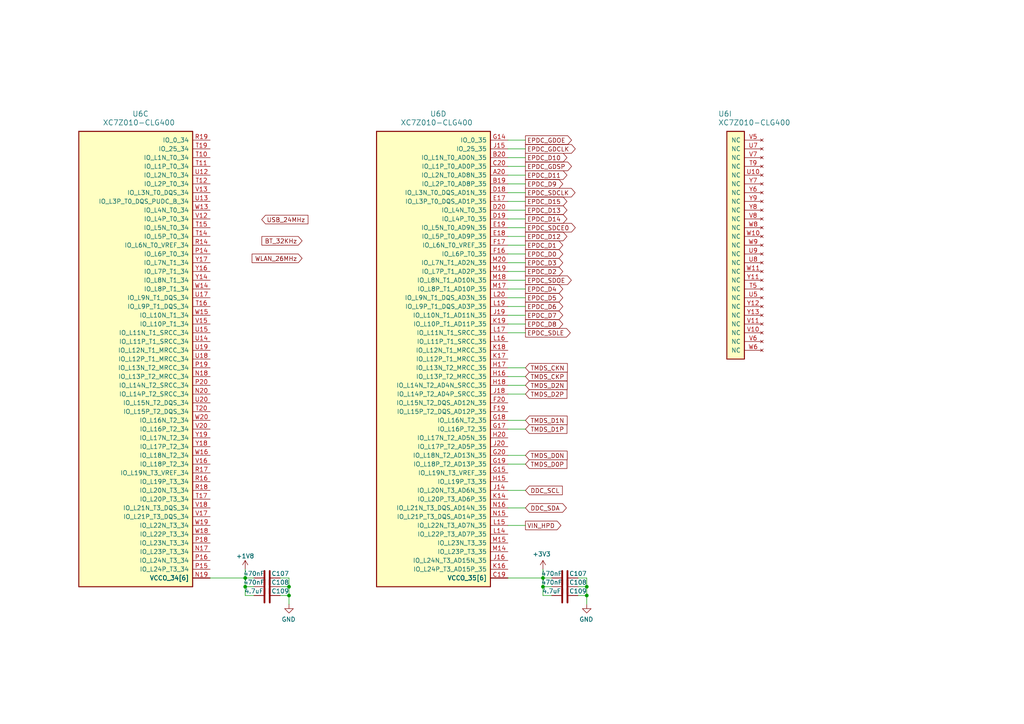
<source format=kicad_sch>
(kicad_sch (version 20230121) (generator eeschema)
  (paper "A4")
  (title_block (title "InuCal") (rev "R0.1") (company "Wenting Zhang") (comment 1 "zephray@outlook.com"))
  (lib_symbols
    (symbol "Device:C" (pin_numbers hide) (pin_names (offset 0.254))
      (property "Reference" "C" (at 0.635 2.54 0))
      (property "Value" "C" (at 0.635 -2.54 0))
      (symbol "C_0_1"
        (polyline (pts (xy -2.032 -0.762) (xy 2.032 -0.762)) (stroke (width 0.508)))
        (polyline (pts (xy -2.032 0.762) (xy 2.032 0.762)) (stroke (width 0.508)))
      )
      (symbol "C_1_1"
        (pin passive line (at 0 3.81 270) (length 2.794) (name "~") (number "1"))
        (pin passive line (at 0 -3.81 90) (length 2.794) (name "~") (number "2"))
      )
    )
    (symbol "power:+1V8" (power) (pin_names (offset 0))
      (property "Value" "+1V8" (at 0 3.556 0))
      (symbol "+1V8_0_1"
        (polyline (pts (xy -0.762 1.27) (xy 0 2.54)))
        (polyline (pts (xy 0 0) (xy 0 2.54)))
        (polyline (pts (xy 0 2.54) (xy 0.762 1.27)))
      )
      (symbol "+1V8_1_1"
        (pin power_in line (at 0 0 90) (length 0) hide (name "+1V8") (number "1"))
      )
    )
    (symbol "power:+3V3" (power) (pin_names (offset 0))
      (property "Value" "+3V3" (at 0 3.556 0))
      (symbol "+3V3_0_1"
        (polyline (pts (xy -0.762 1.27) (xy 0 2.54)))
        (polyline (pts (xy 0 0) (xy 0 2.54)))
        (polyline (pts (xy 0 2.54) (xy 0.762 1.27)))
      )
      (symbol "+3V3_1_1"
        (pin power_in line (at 0 0 90) (length 0) hide (name "+3V3") (number "1"))
      )
    )
    (symbol "power:GND" (power) (pin_names (offset 0))
      (property "Value" "GND" (at 0 -3.81 0))
      (symbol "GND_0_1"
        (polyline (pts (xy 0 0) (xy 0 -1.27) (xy 1.27 -1.27) (xy 0 -2.54) (xy -1.27 -1.27) (xy 0 -1.27)))
      )
      (symbol "GND_1_1"
        (pin power_in line (at 0 0 270) (length 0) hide (name "GND") (number "1"))
      )
    )
    (symbol "symbols:XC7Z007S-CLG400" (pin_names (offset 1.016))
      (property "Reference" "U" (at 5.08 6.35 0))
      (property "Value" "XC7Z007S-CLG400" (at 5.08 3.81 0))
      (symbol "XC7Z007S-CLG400_1_1"
        (rectangle (start 5.08 2.54) (end 22.86 -55.88) (stroke (width 0.3048)) (fill (type background)))
        (pin power_in line (at 0 -17.78 0) (length 5.08) (name "RSVDGND") (number "F10"))
        (pin power_in line (at 0 -40.64 0) (length 5.08) (name "VCCBATT_0") (number "F11"))
        (pin output line (at 0 -33.02 0) (length 5.08) (name "TDO_0") (number "F6"))
        (pin input line (at 0 -27.94 0) (length 5.08) (name "TCK_0") (number "F9"))
        (pin input line (at 0 -30.48 0) (length 5.08) (name "TDI_0") (number "G6"))
        (pin power_in line (at 0 -10.16 0) (length 5.08) (name "GNDADC_0") (number "J10"))
        (pin input line (at 0 -35.56 0) (length 5.08) (name "TMS_0") (number "J6"))
        (pin power_in line (at 0 -38.1 0) (length 5.08) (name "VCCADC_0") (number "J9"))
        (pin input line (at 0 -50.8 0) (length 5.08) (name "VREFN_0") (number "K10"))
        (pin power_in line (at 0 -43.18 0) (length 5.08) (name "VCCO_0") (number "K6"))
        (pin input line (at 0 -48.26 0) (length 5.08) (name "VP_0") (number "K9"))
        (pin input line (at 0 -45.72 0) (length 5.08) (name "VN_0") (number "L10"))
        (pin input line (at 0 -15.24 0) (length 5.08) (name "PROGRAM_B_0") (number "L6"))
        (pin input line (at 0 -53.34 0) (length 5.08) (name "VREFP_0") (number "L9"))
        (pin passive line (at 0 -5.08 0) (length 5.08) (name "DXN_0") (number "M10"))
        (pin input line (at 0 0 0) (length 5.08) (name "CFGBVS_0") (number "M6"))
        (pin passive line (at 0 -7.62 0) (length 5.08) (name "DXP_0") (number "M9"))
        (pin power_in line (at 0 -25.4 0) (length 5.08) (name "RSVDVCC3") (number "N6"))
        (pin input line (at 0 -12.7 0) (length 5.08) (name "INIT_B_0") (number "R10"))
        (pin output line (at 0 -2.54 0) (length 5.08) (name "DONE_0") (number "R11"))
        (pin power_in line (at 0 -22.86 0) (length 5.08) (name "RSVDVCC2") (number "R6"))
        (pin power_in line (at 0 -20.32 0) (length 5.08) (name "RSVDVCC1") (number "T6"))
      )
      (symbol "XC7Z007S-CLG400_2_1"
        (rectangle (start 5.08 2.54) (end 20.32 -2.54) (stroke (width 0.3048)) (fill (type background)))
        (pin power_in line (at 0 0 0) (length 5.08) (name "VCCO_13[4]") (number "T8"))
        (pin power_in line (at 0 0 0) (length 5.08) (name "VCCO_13[4]") (number "U11"))
        (pin power_in line (at 0 0 0) (length 5.08) (name "VCCO_13[4]") (number "W7"))
        (pin power_in line (at 0 0 0) (length 5.08) (name "VCCO_13[4]") (number "Y10"))
      )
      (symbol "XC7Z007S-CLG400_3_1"
        (rectangle (start 5.08 2.54) (end 38.1 -129.54) (stroke (width 0.3048)) (fill (type background)))
        (pin bidirectional line (at 0 -119.38 0) (length 5.08) (name "IO_L23P_T3_34") (number "N17"))
        (pin bidirectional line (at 0 -68.58 0) (length 5.08) (name "IO_L13P_T2_MRCC_34") (number "N18"))
        (pin power_in line (at 0 -127 0) (length 5.08) (name "VCCO_34[6]") (number "N19"))
        (pin bidirectional line (at 0 -73.66 0) (length 5.08) (name "IO_L14P_T2_SRCC_34") (number "N20"))
        (pin bidirectional line (at 0 -33.02 0) (length 5.08) (name "IO_L6P_T0_34") (number "P14"))
        (pin bidirectional line (at 0 -124.46 0) (length 5.08) (name "IO_L24P_T3_34") (number "P15"))
        (pin bidirectional line (at 0 -121.92 0) (length 5.08) (name "IO_L24N_T3_34") (number "P16"))
        (pin bidirectional line (at 0 -116.84 0) (length 5.08) (name "IO_L23N_T3_34") (number "P18"))
        (pin bidirectional line (at 0 -66.04 0) (length 5.08) (name "IO_L13N_T2_MRCC_34") (number "P19"))
        (pin bidirectional line (at 0 -71.12 0) (length 5.08) (name "IO_L14N_T2_SRCC_34") (number "P20"))
        (pin bidirectional line (at 0 -30.48 0) (length 5.08) (name "IO_L6N_T0_VREF_34") (number "R14"))
        (pin power_in line (at 0 -127 0) (length 5.08) (name "VCCO_34[6]") (number "R15"))
        (pin bidirectional line (at 0 -99.06 0) (length 5.08) (name "IO_L19P_T3_34") (number "R16"))
        (pin bidirectional line (at 0 -96.52 0) (length 5.08) (name "IO_L19N_T3_VREF_34") (number "R17"))
        (pin bidirectional line (at 0 -101.6 0) (length 5.08) (name "IO_L20N_T3_34") (number "R18"))
        (pin bidirectional line (at 0 0 0) (length 5.08) (name "IO_0_34") (number "R19"))
        (pin bidirectional line (at 0 -5.08 0) (length 5.08) (name "IO_L1N_T0_34") (number "T10"))
        (pin bidirectional line (at 0 -7.62 0) (length 5.08) (name "IO_L1P_T0_34") (number "T11"))
        (pin bidirectional line (at 0 -12.7 0) (length 5.08) (name "IO_L2P_T0_34") (number "T12"))
        (pin bidirectional line (at 0 -27.94 0) (length 5.08) (name "IO_L5P_T0_34") (number "T14"))
        (pin bidirectional line (at 0 -25.4 0) (length 5.08) (name "IO_L5N_T0_34") (number "T15"))
        (pin bidirectional line (at 0 -48.26 0) (length 5.08) (name "IO_L9P_T1_DQS_34") (number "T16"))
        (pin bidirectional line (at 0 -104.14 0) (length 5.08) (name "IO_L20P_T3_34") (number "T17"))
        (pin power_in line (at 0 -127 0) (length 5.08) (name "VCCO_34[6]") (number "T18"))
        (pin bidirectional line (at 0 -2.54 0) (length 5.08) (name "IO_25_34") (number "T19"))
        (pin bidirectional line (at 0 -78.74 0) (length 5.08) (name "IO_L15P_T2_DQS_34") (number "T20"))
        (pin bidirectional line (at 0 -10.16 0) (length 5.08) (name "IO_L2N_T0_34") (number "U12"))
        (pin bidirectional line (at 0 -17.78 0) (length 5.08) (name "IO_L3P_T0_DQS_PUDC_B_34") (number "U13"))
        (pin bidirectional line (at 0 -58.42 0) (length 5.08) (name "IO_L11P_T1_SRCC_34") (number "U14"))
        (pin bidirectional line (at 0 -55.88 0) (length 5.08) (name "IO_L11N_T1_SRCC_34") (number "U15"))
        (pin bidirectional line (at 0 -45.72 0) (length 5.08) (name "IO_L9N_T1_DQS_34") (number "U17"))
        (pin bidirectional line (at 0 -63.5 0) (length 5.08) (name "IO_L12P_T1_MRCC_34") (number "U18"))
        (pin bidirectional line (at 0 -60.96 0) (length 5.08) (name "IO_L12N_T1_MRCC_34") (number "U19"))
        (pin bidirectional line (at 0 -76.2 0) (length 5.08) (name "IO_L15N_T2_DQS_34") (number "U20"))
        (pin bidirectional line (at 0 -22.86 0) (length 5.08) (name "IO_L4P_T0_34") (number "V12"))
        (pin bidirectional line (at 0 -15.24 0) (length 5.08) (name "IO_L3N_T0_DQS_34") (number "V13"))
        (pin power_in line (at 0 -127 0) (length 5.08) (name "VCCO_34[6]") (number "V14"))
        (pin bidirectional line (at 0 -53.34 0) (length 5.08) (name "IO_L10P_T1_34") (number "V15"))
        (pin bidirectional line (at 0 -93.98 0) (length 5.08) (name "IO_L18P_T2_34") (number "V16"))
        (pin bidirectional line (at 0 -109.22 0) (length 5.08) (name "IO_L21P_T3_DQS_34") (number "V17"))
        (pin bidirectional line (at 0 -106.68 0) (length 5.08) (name "IO_L21N_T3_DQS_34") (number "V18"))
        (pin bidirectional line (at 0 -83.82 0) (length 5.08) (name "IO_L16P_T2_34") (number "V20"))
        (pin bidirectional line (at 0 -20.32 0) (length 5.08) (name "IO_L4N_T0_34") (number "W13"))
        (pin bidirectional line (at 0 -43.18 0) (length 5.08) (name "IO_L8P_T1_34") (number "W14"))
        (pin bidirectional line (at 0 -50.8 0) (length 5.08) (name "IO_L10N_T1_34") (number "W15"))
        (pin bidirectional line (at 0 -91.44 0) (length 5.08) (name "IO_L18N_T2_34") (number "W16"))
        (pin power_in line (at 0 -127 0) (length 5.08) (name "VCCO_34[6]") (number "W17"))
        (pin bidirectional line (at 0 -114.3 0) (length 5.08) (name "IO_L22P_T3_34") (number "W18"))
        (pin bidirectional line (at 0 -111.76 0) (length 5.08) (name "IO_L22N_T3_34") (number "W19"))
        (pin bidirectional line (at 0 -81.28 0) (length 5.08) (name "IO_L16N_T2_34") (number "W20"))
        (pin bidirectional line (at 0 -40.64 0) (length 5.08) (name "IO_L8N_T1_34") (number "Y14"))
        (pin bidirectional line (at 0 -38.1 0) (length 5.08) (name "IO_L7P_T1_34") (number "Y16"))
        (pin bidirectional line (at 0 -35.56 0) (length 5.08) (name "IO_L7N_T1_34") (number "Y17"))
        (pin bidirectional line (at 0 -88.9 0) (length 5.08) (name "IO_L17P_T2_34") (number "Y18"))
        (pin bidirectional line (at 0 -86.36 0) (length 5.08) (name "IO_L17N_T2_34") (number "Y19"))
        (pin power_in line (at 0 -127 0) (length 5.08) (name "VCCO_34[6]") (number "Y20"))
      )
      (symbol "XC7Z007S-CLG400_4_1"
        (rectangle (start 5.08 2.54) (end 38.1 -129.54) (stroke (width 0.3048)) (fill (type background)))
        (pin bidirectional line (at 0 -10.16 0) (length 5.08) (name "IO_L2N_T0_AD8N_35") (number "A20"))
        (pin bidirectional line (at 0 -12.7 0) (length 5.08) (name "IO_L2P_T0_AD8P_35") (number "B19"))
        (pin bidirectional line (at 0 -5.08 0) (length 5.08) (name "IO_L1N_T0_AD0N_35") (number "B20"))
        (pin power_in line (at 0 -127 0) (length 5.08) (name "VCCO_35[6]") (number "C19"))
        (pin bidirectional line (at 0 -7.62 0) (length 5.08) (name "IO_L1P_T0_AD0P_35") (number "C20"))
        (pin bidirectional line (at 0 -15.24 0) (length 5.08) (name "IO_L3N_T0_DQS_AD1N_35") (number "D18"))
        (pin bidirectional line (at 0 -22.86 0) (length 5.08) (name "IO_L4P_T0_35") (number "D19"))
        (pin bidirectional line (at 0 -20.32 0) (length 5.08) (name "IO_L4N_T0_35") (number "D20"))
        (pin bidirectional line (at 0 -17.78 0) (length 5.08) (name "IO_L3P_T0_DQS_AD1P_35") (number "E17"))
        (pin bidirectional line (at 0 -27.94 0) (length 5.08) (name "IO_L5P_T0_AD9P_35") (number "E18"))
        (pin bidirectional line (at 0 -25.4 0) (length 5.08) (name "IO_L5N_T0_AD9N_35") (number "E19"))
        (pin bidirectional line (at 0 -33.02 0) (length 5.08) (name "IO_L6P_T0_35") (number "F16"))
        (pin bidirectional line (at 0 -30.48 0) (length 5.08) (name "IO_L6N_T0_VREF_35") (number "F17"))
        (pin power_in line (at 0 -127 0) (length 5.08) (name "VCCO_35[6]") (number "F18"))
        (pin bidirectional line (at 0 -78.74 0) (length 5.08) (name "IO_L15P_T2_DQS_AD12P_35") (number "F19"))
        (pin bidirectional line (at 0 -76.2 0) (length 5.08) (name "IO_L15N_T2_DQS_AD12N_35") (number "F20"))
        (pin bidirectional line (at 0 0 0) (length 5.08) (name "IO_0_35") (number "G14"))
        (pin bidirectional line (at 0 -96.52 0) (length 5.08) (name "IO_L19N_T3_VREF_35") (number "G15"))
        (pin bidirectional line (at 0 -83.82 0) (length 5.08) (name "IO_L16P_T2_35") (number "G17"))
        (pin bidirectional line (at 0 -81.28 0) (length 5.08) (name "IO_L16N_T2_35") (number "G18"))
        (pin bidirectional line (at 0 -93.98 0) (length 5.08) (name "IO_L18P_T2_AD13P_35") (number "G19"))
        (pin bidirectional line (at 0 -91.44 0) (length 5.08) (name "IO_L18N_T2_AD13N_35") (number "G20"))
        (pin power_in line (at 0 -127 0) (length 5.08) (name "VCCO_35[6]") (number "H14"))
        (pin bidirectional line (at 0 -99.06 0) (length 5.08) (name "IO_L19P_T3_35") (number "H15"))
        (pin bidirectional line (at 0 -68.58 0) (length 5.08) (name "IO_L13P_T2_MRCC_35") (number "H16"))
        (pin bidirectional line (at 0 -66.04 0) (length 5.08) (name "IO_L13N_T2_MRCC_35") (number "H17"))
        (pin bidirectional line (at 0 -71.12 0) (length 5.08) (name "IO_L14N_T2_AD4N_SRCC_35") (number "H18"))
        (pin bidirectional line (at 0 -86.36 0) (length 5.08) (name "IO_L17N_T2_AD5N_35") (number "H20"))
        (pin bidirectional line (at 0 -101.6 0) (length 5.08) (name "IO_L20N_T3_AD6N_35") (number "J14"))
        (pin bidirectional line (at 0 -2.54 0) (length 5.08) (name "IO_25_35") (number "J15"))
        (pin bidirectional line (at 0 -121.92 0) (length 5.08) (name "IO_L24N_T3_AD15N_35") (number "J16"))
        (pin power_in line (at 0 -127 0) (length 5.08) (name "VCCO_35[6]") (number "J17"))
        (pin bidirectional line (at 0 -73.66 0) (length 5.08) (name "IO_L14P_T2_AD4P_SRCC_35") (number "J18"))
        (pin bidirectional line (at 0 -50.8 0) (length 5.08) (name "IO_L10N_T1_AD11N_35") (number "J19"))
        (pin bidirectional line (at 0 -88.9 0) (length 5.08) (name "IO_L17P_T2_AD5P_35") (number "J20"))
        (pin bidirectional line (at 0 -104.14 0) (length 5.08) (name "IO_L20P_T3_AD6P_35") (number "K14"))
        (pin bidirectional line (at 0 -124.46 0) (length 5.08) (name "IO_L24P_T3_AD15P_35") (number "K16"))
        (pin bidirectional line (at 0 -63.5 0) (length 5.08) (name "IO_L12P_T1_MRCC_35") (number "K17"))
        (pin bidirectional line (at 0 -60.96 0) (length 5.08) (name "IO_L12N_T1_MRCC_35") (number "K18"))
        (pin bidirectional line (at 0 -53.34 0) (length 5.08) (name "IO_L10P_T1_AD11P_35") (number "K19"))
        (pin power_in line (at 0 -127 0) (length 5.08) (name "VCCO_35[6]") (number "K20"))
        (pin bidirectional line (at 0 -114.3 0) (length 5.08) (name "IO_L22P_T3_AD7P_35") (number "L14"))
        (pin bidirectional line (at 0 -111.76 0) (length 5.08) (name "IO_L22N_T3_AD7N_35") (number "L15"))
        (pin bidirectional line (at 0 -58.42 0) (length 5.08) (name "IO_L11P_T1_SRCC_35") (number "L16"))
        (pin bidirectional line (at 0 -55.88 0) (length 5.08) (name "IO_L11N_T1_SRCC_35") (number "L17"))
        (pin bidirectional line (at 0 -48.26 0) (length 5.08) (name "IO_L9P_T1_DQS_AD3P_35") (number "L19"))
        (pin bidirectional line (at 0 -45.72 0) (length 5.08) (name "IO_L9N_T1_DQS_AD3N_35") (number "L20"))
        (pin bidirectional line (at 0 -119.38 0) (length 5.08) (name "IO_L23P_T3_35") (number "M14"))
        (pin bidirectional line (at 0 -116.84 0) (length 5.08) (name "IO_L23N_T3_35") (number "M15"))
        (pin power_in line (at 0 -127 0) (length 5.08) (name "VCCO_35[6]") (number "M16"))
        (pin bidirectional line (at 0 -43.18 0) (length 5.08) (name "IO_L8P_T1_AD10P_35") (number "M17"))
        (pin bidirectional line (at 0 -40.64 0) (length 5.08) (name "IO_L8N_T1_AD10N_35") (number "M18"))
        (pin bidirectional line (at 0 -38.1 0) (length 5.08) (name "IO_L7P_T1_AD2P_35") (number "M19"))
        (pin bidirectional line (at 0 -35.56 0) (length 5.08) (name "IO_L7N_T1_AD2N_35") (number "M20"))
        (pin bidirectional line (at 0 -109.22 0) (length 5.08) (name "IO_L21P_T3_DQS_AD14P_35") (number "N15"))
        (pin bidirectional line (at 0 -106.68 0) (length 5.08) (name "IO_L21N_T3_DQS_AD14N_35") (number "N16"))
      )
      (symbol "XC7Z007S-CLG400_5_1"
        (rectangle (start 5.08 2.54) (end 27.94 -48.26) (stroke (width 0.3048)) (fill (type background)))
        (pin bidirectional line (at 0 -17.78 0) (length 5.08) (name "PS_MIO6_500") (number "A5"))
        (pin bidirectional line (at 0 -15.24 0) (length 5.08) (name "PS_MIO5_500") (number "A6"))
        (pin bidirectional line (at 0 -5.08 0) (length 5.08) (name "PS_MIO1_500") (number "A7"))
        (pin bidirectional line (at 0 -25.4 0) (length 5.08) (name "PS_MIO9_500") (number "B5"))
        (pin power_in line (at 0 -45.72 0) (length 5.08) (name "VCCO_MIO0_500[2]") (number "B6"))
        (pin bidirectional line (at 0 -12.7 0) (length 5.08) (name "PS_MIO4_500") (number "B7"))
        (pin bidirectional line (at 0 -7.62 0) (length 5.08) (name "PS_MIO2_500") (number "B8"))
        (pin bidirectional line (at 0 -38.1 0) (length 5.08) (name "PS_MIO14_500") (number "C5"))
        (pin bidirectional line (at 0 -30.48 0) (length 5.08) (name "PS_MIO11_500") (number "C6"))
        (pin input line (at 0 -43.18 0) (length 5.08) (name "PS_POR_B_500") (number "C7"))
        (pin bidirectional line (at 0 -40.64 0) (length 5.08) (name "PS_MIO15_500") (number "C8"))
        (pin bidirectional line (at 0 -22.86 0) (length 5.08) (name "PS_MIO8_500") (number "D5"))
        (pin bidirectional line (at 0 -10.16 0) (length 5.08) (name "PS_MIO3_500") (number "D6"))
        (pin power_in line (at 0 -45.72 0) (length 5.08) (name "VCCO_MIO0_500[2]") (number "D7"))
        (pin bidirectional line (at 0 -20.32 0) (length 5.08) (name "PS_MIO7_500") (number "D8"))
        (pin bidirectional line (at 0 -33.02 0) (length 5.08) (name "PS_MIO12_500") (number "D9"))
        (pin bidirectional line (at 0 -2.54 0) (length 5.08) (name "PS_MIO0_500") (number "E6"))
        (pin input line (at 0 0 0) (length 5.08) (name "PS_CLK_500") (number "E7"))
        (pin bidirectional line (at 0 -35.56 0) (length 5.08) (name "PS_MIO13_500") (number "E8"))
        (pin bidirectional line (at 0 -27.94 0) (length 5.08) (name "PS_MIO10_500") (number "E9"))
      )
      (symbol "XC7Z007S-CLG400_6_1"
        (rectangle (start 5.08 2.54) (end 27.94 -104.14) (stroke (width 0.3048)) (fill (type background)))
        (pin bidirectional line (at 0 -53.34 0) (length 5.08) (name "PS_MIO37_501") (number "A10"))
        (pin bidirectional line (at 0 -50.8 0) (length 5.08) (name "PS_MIO36_501") (number "A11"))
        (pin bidirectional line (at 0 -45.72 0) (length 5.08) (name "PS_MIO34_501") (number "A12"))
        (pin power_in line (at 0 -101.6 0) (length 5.08) (name "VCCO_MIO1_501[4]") (number "A13"))
        (pin bidirectional line (at 0 -40.64 0) (length 5.08) (name "PS_MIO32_501") (number "A14"))
        (pin bidirectional line (at 0 -25.4 0) (length 5.08) (name "PS_MIO26_501") (number "A15"))
        (pin bidirectional line (at 0 -20.32 0) (length 5.08) (name "PS_MIO24_501") (number "A16"))
        (pin bidirectional line (at 0 -10.16 0) (length 5.08) (name "PS_MIO20_501") (number "A17"))
        (pin bidirectional line (at 0 0 0) (length 5.08) (name "PS_MIO16_501") (number "A19"))
        (pin bidirectional line (at 0 -68.58 0) (length 5.08) (name "PS_MIO43_501") (number "A9"))
        (pin input line (at 0 -99.06 0) (length 5.08) (name "PS_SRST_B_501") (number "B10"))
        (pin bidirectional line (at 0 -81.28 0) (length 5.08) (name "PS_MIO48_501") (number "B12"))
        (pin bidirectional line (at 0 -86.36 0) (length 5.08) (name "PS_MIO50_501") (number "B13"))
        (pin bidirectional line (at 0 -78.74 0) (length 5.08) (name "PS_MIO47_501") (number "B14"))
        (pin bidirectional line (at 0 -73.66 0) (length 5.08) (name "PS_MIO45_501") (number "B15"))
        (pin power_in line (at 0 -101.6 0) (length 5.08) (name "VCCO_MIO1_501[4]") (number "B16"))
        (pin bidirectional line (at 0 -15.24 0) (length 5.08) (name "PS_MIO22_501") (number "B17"))
        (pin bidirectional line (at 0 -5.08 0) (length 5.08) (name "PS_MIO18_501") (number "B18"))
        (pin bidirectional line (at 0 -88.9 0) (length 5.08) (name "PS_MIO51_501") (number "B9"))
        (pin bidirectional line (at 0 -91.44 0) (length 5.08) (name "PS_MIO52_501") (number "C10"))
        (pin bidirectional line (at 0 -93.98 0) (length 5.08) (name "PS_MIO53_501") (number "C11"))
        (pin bidirectional line (at 0 -83.82 0) (length 5.08) (name "PS_MIO49_501") (number "C12"))
        (pin bidirectional line (at 0 -33.02 0) (length 5.08) (name "PS_MIO29_501") (number "C13"))
        (pin bidirectional line (at 0 -35.56 0) (length 5.08) (name "PS_MIO30_501") (number "C15"))
        (pin bidirectional line (at 0 -30.48 0) (length 5.08) (name "PS_MIO28_501") (number "C16"))
        (pin bidirectional line (at 0 -63.5 0) (length 5.08) (name "PS_MIO41_501") (number "C17"))
        (pin bidirectional line (at 0 -58.42 0) (length 5.08) (name "PS_MIO39_501") (number "C18"))
        (pin bidirectional line (at 0 -7.62 0) (length 5.08) (name "PS_MIO19_501") (number "D10"))
        (pin bidirectional line (at 0 -17.78 0) (length 5.08) (name "PS_MIO23_501") (number "D11"))
        (pin power_in line (at 0 -101.6 0) (length 5.08) (name "VCCO_MIO1_501[4]") (number "D12"))
        (pin bidirectional line (at 0 -27.94 0) (length 5.08) (name "PS_MIO27_501") (number "D13"))
        (pin bidirectional line (at 0 -60.96 0) (length 5.08) (name "PS_MIO40_501") (number "D14"))
        (pin bidirectional line (at 0 -43.18 0) (length 5.08) (name "PS_MIO33_501") (number "D15"))
        (pin bidirectional line (at 0 -76.2 0) (length 5.08) (name "PS_MIO46_501") (number "D16"))
        (pin power_in line (at 0 -96.52 0) (length 5.08) (name "PS_MIO_VREF_501") (number "E11"))
        (pin bidirectional line (at 0 -66.04 0) (length 5.08) (name "PS_MIO42_501") (number "E12"))
        (pin bidirectional line (at 0 -55.88 0) (length 5.08) (name "PS_MIO38_501") (number "E13"))
        (pin bidirectional line (at 0 -2.54 0) (length 5.08) (name "PS_MIO17_501") (number "E14"))
        (pin power_in line (at 0 -101.6 0) (length 5.08) (name "VCCO_MIO1_501[4]") (number "E15"))
        (pin bidirectional line (at 0 -38.1 0) (length 5.08) (name "PS_MIO31_501") (number "E16"))
        (pin bidirectional line (at 0 -48.26 0) (length 5.08) (name "PS_MIO35_501") (number "F12"))
        (pin bidirectional line (at 0 -71.12 0) (length 5.08) (name "PS_MIO44_501") (number "F13"))
        (pin bidirectional line (at 0 -12.7 0) (length 5.08) (name "PS_MIO21_501") (number "F14"))
        (pin bidirectional line (at 0 -22.86 0) (length 5.08) (name "PS_MIO25_501") (number "F15"))
      )
      (symbol "XC7Z007S-CLG400_7_1"
        (rectangle (start 5.08 2.54) (end 30.48 -193.04) (stroke (width 0.3048)) (fill (type background)))
        (pin output line (at 0 -58.42 0) (length 5.08) (name "PS_DDR_DM0_502") (number "A1"))
        (pin bidirectional line (at 0 -73.66 0) (length 5.08) (name "PS_DDR_DQ2_502") (number "A2"))
        (pin power_in line (at 0 -190.5 0) (length 5.08) (name "VCCO_DDR_502[10]") (number "A3"))
        (pin bidirectional line (at 0 -76.2 0) (length 5.08) (name "PS_DDR_DQ3_502") (number "A4"))
        (pin bidirectional line (at 0 -149.86 0) (length 5.08) (name "PS_DDR_DQS_N0_502") (number "B2"))
        (pin bidirectional line (at 0 -71.12 0) (length 5.08) (name "PS_DDR_DQ1_502") (number "B3"))
        (pin output line (at 0 -170.18 0) (length 5.08) (name "PS_DDR_DRST_B_502") (number "B4"))
        (pin bidirectional line (at 0 -83.82 0) (length 5.08) (name "PS_DDR_DQ6_502") (number "C1"))
        (pin bidirectional line (at 0 -160.02 0) (length 5.08) (name "PS_DDR_DQS_P0_502") (number "C2"))
        (pin bidirectional line (at 0 -68.58 0) (length 5.08) (name "PS_DDR_DQ0_502") (number "C3"))
        (pin bidirectional line (at 0 -81.28 0) (length 5.08) (name "PS_DDR_DQ5_502") (number "D1"))
        (pin power_in line (at 0 -190.5 0) (length 5.08) (name "VCCO_DDR_502[10]") (number "D2"))
        (pin bidirectional line (at 0 -78.74 0) (length 5.08) (name "PS_DDR_DQ4_502") (number "D3"))
        (pin output line (at 0 -33.02 0) (length 5.08) (name "PS_DDR_A13_502") (number "D4"))
        (pin bidirectional line (at 0 -86.36 0) (length 5.08) (name "PS_DDR_DQ7_502") (number "E1"))
        (pin bidirectional line (at 0 -88.9 0) (length 5.08) (name "PS_DDR_DQ8_502") (number "E2"))
        (pin bidirectional line (at 0 -91.44 0) (length 5.08) (name "PS_DDR_DQ9_502") (number "E3"))
        (pin output line (at 0 -30.48 0) (length 5.08) (name "PS_DDR_A12_502") (number "E4"))
        (pin power_in line (at 0 -190.5 0) (length 5.08) (name "VCCO_DDR_502[10]") (number "E5"))
        (pin output line (at 0 -60.96 0) (length 5.08) (name "PS_DDR_DM1_502") (number "F1"))
        (pin bidirectional line (at 0 -152.4 0) (length 5.08) (name "PS_DDR_DQS_N1_502") (number "F2"))
        (pin output line (at 0 -35.56 0) (length 5.08) (name "PS_DDR_A14_502") (number "F4"))
        (pin output line (at 0 -25.4 0) (length 5.08) (name "PS_DDR_A10_502") (number "F5"))
        (pin power_in line (at 0 -190.5 0) (length 5.08) (name "VCCO_DDR_502[10]") (number "G1"))
        (pin bidirectional line (at 0 -162.56 0) (length 5.08) (name "PS_DDR_DQS_P1_502") (number "G2"))
        (pin bidirectional line (at 0 -93.98 0) (length 5.08) (name "PS_DDR_DQ10_502") (number "G3"))
        (pin output line (at 0 -27.94 0) (length 5.08) (name "PS_DDR_A11_502") (number "G4"))
        (pin power_out line (at 0 -182.88 0) (length 5.08) (name "PS_DDR_VRN_502") (number "G5"))
        (pin bidirectional line (at 0 -104.14 0) (length 5.08) (name "PS_DDR_DQ14_502") (number "H1"))
        (pin bidirectional line (at 0 -101.6 0) (length 5.08) (name "PS_DDR_DQ13_502") (number "H2"))
        (pin bidirectional line (at 0 -96.52 0) (length 5.08) (name "PS_DDR_DQ11_502") (number "H3"))
        (pin power_in line (at 0 -190.5 0) (length 5.08) (name "VCCO_DDR_502[10]") (number "H4"))
        (pin power_out line (at 0 -185.42 0) (length 5.08) (name "PS_DDR_VRP_502") (number "H5"))
        (pin power_in line (at 0 -177.8 0) (length 5.08) (name "PS_DDR_VREF0_502") (number "H6"))
        (pin bidirectional line (at 0 -106.68 0) (length 5.08) (name "PS_DDR_DQ15_502") (number "J1"))
        (pin bidirectional line (at 0 -99.06 0) (length 5.08) (name "PS_DDR_DQ12_502") (number "J3"))
        (pin output line (at 0 -22.86 0) (length 5.08) (name "PS_DDR_A9_502") (number "J4"))
        (pin output line (at 0 -43.18 0) (length 5.08) (name "PS_DDR_BA2_502") (number "J5"))
        (pin output line (at 0 -20.32 0) (length 5.08) (name "PS_DDR_A8_502") (number "K1"))
        (pin output line (at 0 -2.54 0) (length 5.08) (name "PS_DDR_A1_502") (number "K2"))
        (pin output line (at 0 -7.62 0) (length 5.08) (name "PS_DDR_A3_502") (number "K3"))
        (pin output line (at 0 -17.78 0) (length 5.08) (name "PS_DDR_A7_502") (number "K4"))
        (pin output line (at 0 -12.7 0) (length 5.08) (name "PS_DDR_A5_502") (number "L1"))
        (pin output line (at 0 -53.34 0) (length 5.08) (name "PS_DDR_CKP_502") (number "L2"))
        (pin power_in line (at 0 -190.5 0) (length 5.08) (name "VCCO_DDR_502[10]") (number "L3"))
        (pin output line (at 0 -15.24 0) (length 5.08) (name "PS_DDR_A6_502") (number "L4"))
        (pin output line (at 0 -38.1 0) (length 5.08) (name "PS_DDR_BA0_502") (number "L5"))
        (pin output line (at 0 -50.8 0) (length 5.08) (name "PS_DDR_CKN_502") (number "M2"))
        (pin output line (at 0 -5.08 0) (length 5.08) (name "PS_DDR_A2_502") (number "M3"))
        (pin output line (at 0 -10.16 0) (length 5.08) (name "PS_DDR_A4_502") (number "M4"))
        (pin output line (at 0 -187.96 0) (length 5.08) (name "PS_DDR_WE_B_502") (number "M5"))
        (pin output line (at 0 -55.88 0) (length 5.08) (name "PS_DDR_CS_B_502") (number "N1"))
        (pin output line (at 0 0 0) (length 5.08) (name "PS_DDR_A0_502") (number "N2"))
        (pin output line (at 0 -48.26 0) (length 5.08) (name "PS_DDR_CKE_502") (number "N3"))
        (pin output line (at 0 -172.72 0) (length 5.08) (name "PS_DDR_ODT_502") (number "N5"))
        (pin bidirectional line (at 0 -109.22 0) (length 5.08) (name "PS_DDR_DQ16_502") (number "P1"))
        (pin power_in line (at 0 -190.5 0) (length 5.08) (name "VCCO_DDR_502[10]") (number "P2"))
        (pin bidirectional line (at 0 -111.76 0) (length 5.08) (name "PS_DDR_DQ17_502") (number "P3"))
        (pin output line (at 0 -175.26 0) (length 5.08) (name "PS_DDR_RAS_B_502") (number "P4"))
        (pin output line (at 0 -45.72 0) (length 5.08) (name "PS_DDR_CAS_B_502") (number "P5"))
        (pin power_in line (at 0 -180.34 0) (length 5.08) (name "PS_DDR_VREF1_502") (number "P6"))
        (pin bidirectional line (at 0 -116.84 0) (length 5.08) (name "PS_DDR_DQ19_502") (number "R1"))
        (pin bidirectional line (at 0 -165.1 0) (length 5.08) (name "PS_DDR_DQS_P2_502") (number "R2"))
        (pin bidirectional line (at 0 -114.3 0) (length 5.08) (name "PS_DDR_DQ18_502") (number "R3"))
        (pin output line (at 0 -40.64 0) (length 5.08) (name "PS_DDR_BA1_502") (number "R4"))
        (pin power_in line (at 0 -190.5 0) (length 5.08) (name "VCCO_DDR_502[10]") (number "R5"))
        (pin output line (at 0 -63.5 0) (length 5.08) (name "PS_DDR_DM2_502") (number "T1"))
        (pin bidirectional line (at 0 -154.94 0) (length 5.08) (name "PS_DDR_DQS_N2_502") (number "T2"))
        (pin bidirectional line (at 0 -119.38 0) (length 5.08) (name "PS_DDR_DQ20_502") (number "T4"))
        (pin power_in line (at 0 -190.5 0) (length 5.08) (name "VCCO_DDR_502[10]") (number "U1"))
        (pin bidirectional line (at 0 -124.46 0) (length 5.08) (name "PS_DDR_DQ22_502") (number "U2"))
        (pin bidirectional line (at 0 -127 0) (length 5.08) (name "PS_DDR_DQ23_502") (number "U3"))
        (pin bidirectional line (at 0 -121.92 0) (length 5.08) (name "PS_DDR_DQ21_502") (number "U4"))
        (pin bidirectional line (at 0 -129.54 0) (length 5.08) (name "PS_DDR_DQ24_502") (number "V1"))
        (pin bidirectional line (at 0 -144.78 0) (length 5.08) (name "PS_DDR_DQ30_502") (number "V2"))
        (pin bidirectional line (at 0 -147.32 0) (length 5.08) (name "PS_DDR_DQ31_502") (number "V3"))
        (pin power_in line (at 0 -190.5 0) (length 5.08) (name "VCCO_DDR_502[10]") (number "V4"))
        (pin bidirectional line (at 0 -134.62 0) (length 5.08) (name "PS_DDR_DQ26_502") (number "W1"))
        (pin bidirectional line (at 0 -142.24 0) (length 5.08) (name "PS_DDR_DQ29_502") (number "W3"))
        (pin bidirectional line (at 0 -157.48 0) (length 5.08) (name "PS_DDR_DQS_N3_502") (number "W4"))
        (pin bidirectional line (at 0 -167.64 0) (length 5.08) (name "PS_DDR_DQS_P3_502") (number "W5"))
        (pin output line (at 0 -66.04 0) (length 5.08) (name "PS_DDR_DM3_502") (number "Y1"))
        (pin bidirectional line (at 0 -139.7 0) (length 5.08) (name "PS_DDR_DQ28_502") (number "Y2"))
        (pin bidirectional line (at 0 -132.08 0) (length 5.08) (name "PS_DDR_DQ25_502") (number "Y3"))
        (pin bidirectional line (at 0 -137.16 0) (length 5.08) (name "PS_DDR_DQ27_502") (number "Y4"))
      )
      (symbol "XC7Z007S-CLG400_8_1"
        (rectangle (start 5.08 2.54) (end 20.32 -17.78) (stroke (width 0.3048)) (fill (type background)))
        (pin power_in line (at 0 0 0) (length 5.08) (name "GND[59]") (number "A18"))
        (pin power_in line (at 0 0 0) (length 5.08) (name "GND[59]") (number "A8"))
        (pin power_in line (at 0 0 0) (length 5.08) (name "GND[59]") (number "B1"))
        (pin power_in line (at 0 0 0) (length 5.08) (name "GND[59]") (number "B11"))
        (pin power_in line (at 0 0 0) (length 5.08) (name "GND[59]") (number "C14"))
        (pin power_in line (at 0 0 0) (length 5.08) (name "GND[59]") (number "C4"))
        (pin power_in line (at 0 0 0) (length 5.08) (name "GND[59]") (number "C9"))
        (pin power_in line (at 0 0 0) (length 5.08) (name "GND[59]") (number "D17"))
        (pin power_in line (at 0 0 0) (length 5.08) (name "GND[59]") (number "E10"))
        (pin power_in line (at 0 0 0) (length 5.08) (name "GND[59]") (number "E20"))
        (pin power_in line (at 0 0 0) (length 5.08) (name "GND[59]") (number "F3"))
        (pin power_in line (at 0 0 0) (length 5.08) (name "GND[59]") (number "F7"))
        (pin power_in line (at 0 -10.16 0) (length 5.08) (name "VCCPAUX[5]") (number "F8"))
        (pin power_in line (at 0 0 0) (length 5.08) (name "GND[59]") (number "G10"))
        (pin power_in line (at 0 -5.08 0) (length 5.08) (name "VCCBRAM[2]") (number "G11"))
        (pin power_in line (at 0 0 0) (length 5.08) (name "GND[59]") (number "G12"))
        (pin power_in line (at 0 -7.62 0) (length 5.08) (name "VCCINT[9]") (number "G13"))
        (pin power_in line (at 0 0 0) (length 5.08) (name "GND[59]") (number "G16"))
        (pin power_in line (at 0 -12.7 0) (length 5.08) (name "VCCPINT[6]") (number "G7"))
        (pin power_in line (at 0 -15.24 0) (length 5.08) (name "VCCPLL") (number "G8"))
        (pin power_in line (at 0 -10.16 0) (length 5.08) (name "VCCPAUX[5]") (number "G9"))
        (pin power_in line (at 0 -5.08 0) (length 5.08) (name "VCCBRAM[2]") (number "H10"))
        (pin power_in line (at 0 0 0) (length 5.08) (name "GND[59]") (number "H11"))
        (pin power_in line (at 0 -7.62 0) (length 5.08) (name "VCCINT[9]") (number "H12"))
        (pin power_in line (at 0 0 0) (length 5.08) (name "GND[59]") (number "H13"))
        (pin power_in line (at 0 0 0) (length 5.08) (name "GND[59]") (number "H19"))
        (pin power_in line (at 0 0 0) (length 5.08) (name "GND[59]") (number "H7"))
        (pin power_in line (at 0 -10.16 0) (length 5.08) (name "VCCPAUX[5]") (number "H8"))
        (pin power_in line (at 0 0 0) (length 5.08) (name "GND[59]") (number "H9"))
        (pin power_in line (at 0 -2.54 0) (length 5.08) (name "VCCAUX[6]") (number "J11"))
        (pin power_in line (at 0 0 0) (length 5.08) (name "GND[59]") (number "J12"))
        (pin power_in line (at 0 -7.62 0) (length 5.08) (name "VCCINT[9]") (number "J13"))
        (pin power_in line (at 0 0 0) (length 5.08) (name "GND[59]") (number "J2"))
        (pin power_in line (at 0 -12.7 0) (length 5.08) (name "VCCPINT[6]") (number "J7"))
        (pin power_in line (at 0 0 0) (length 5.08) (name "GND[59]") (number "J8"))
        (pin power_in line (at 0 0 0) (length 5.08) (name "GND[59]") (number "K11"))
        (pin power_in line (at 0 -7.62 0) (length 5.08) (name "VCCINT[9]") (number "K12"))
        (pin power_in line (at 0 0 0) (length 5.08) (name "GND[59]") (number "K13"))
        (pin power_in line (at 0 0 0) (length 5.08) (name "GND[59]") (number "K15"))
        (pin power_in line (at 0 0 0) (length 5.08) (name "GND[59]") (number "K5"))
        (pin power_in line (at 0 0 0) (length 5.08) (name "GND[59]") (number "K7"))
        (pin power_in line (at 0 -10.16 0) (length 5.08) (name "VCCPAUX[5]") (number "K8"))
        (pin power_in line (at 0 -2.54 0) (length 5.08) (name "VCCAUX[6]") (number "L11"))
        (pin power_in line (at 0 0 0) (length 5.08) (name "GND[59]") (number "L12"))
        (pin power_in line (at 0 -7.62 0) (length 5.08) (name "VCCINT[9]") (number "L13"))
        (pin power_in line (at 0 0 0) (length 5.08) (name "GND[59]") (number "L18"))
        (pin power_in line (at 0 -12.7 0) (length 5.08) (name "VCCPINT[6]") (number "L7"))
        (pin power_in line (at 0 0 0) (length 5.08) (name "GND[59]") (number "L8"))
        (pin power_in line (at 0 0 0) (length 5.08) (name "GND[59]") (number "M1"))
        (pin power_in line (at 0 0 0) (length 5.08) (name "GND[59]") (number "M11"))
        (pin power_in line (at 0 -7.62 0) (length 5.08) (name "VCCINT[9]") (number "M12"))
        (pin power_in line (at 0 0 0) (length 5.08) (name "GND[59]") (number "M13"))
        (pin power_in line (at 0 0 0) (length 5.08) (name "GND[59]") (number "M7"))
        (pin power_in line (at 0 -10.16 0) (length 5.08) (name "VCCPAUX[5]") (number "M8"))
        (pin power_in line (at 0 0 0) (length 5.08) (name "GND[59]") (number "N10"))
        (pin power_in line (at 0 -2.54 0) (length 5.08) (name "VCCAUX[6]") (number "N11"))
        (pin power_in line (at 0 0 0) (length 5.08) (name "GND[59]") (number "N12"))
        (pin power_in line (at 0 -7.62 0) (length 5.08) (name "VCCINT[9]") (number "N13"))
        (pin power_in line (at 0 0 0) (length 5.08) (name "GND[59]") (number "N14"))
        (pin power_in line (at 0 0 0) (length 5.08) (name "GND[59]") (number "N4"))
        (pin power_in line (at 0 -12.7 0) (length 5.08) (name "VCCPINT[6]") (number "N7"))
        (pin power_in line (at 0 0 0) (length 5.08) (name "GND[59]") (number "N8"))
        (pin power_in line (at 0 -2.54 0) (length 5.08) (name "VCCAUX[6]") (number "N9"))
        (pin power_in line (at 0 -2.54 0) (length 5.08) (name "VCCAUX[6]") (number "P10"))
        (pin power_in line (at 0 0 0) (length 5.08) (name "GND[59]") (number "P11"))
        (pin power_in line (at 0 -7.62 0) (length 5.08) (name "VCCINT[9]") (number "P12"))
        (pin power_in line (at 0 0 0) (length 5.08) (name "GND[59]") (number "P13"))
        (pin power_in line (at 0 0 0) (length 5.08) (name "GND[59]") (number "P17"))
        (pin power_in line (at 0 0 0) (length 5.08) (name "GND[59]") (number "P7"))
        (pin power_in line (at 0 -12.7 0) (length 5.08) (name "VCCPINT[6]") (number "P8"))
        (pin power_in line (at 0 0 0) (length 5.08) (name "GND[59]") (number "P9"))
        (pin power_in line (at 0 0 0) (length 5.08) (name "GND[59]") (number "R12"))
        (pin power_in line (at 0 -7.62 0) (length 5.08) (name "VCCINT[9]") (number "R13"))
        (pin power_in line (at 0 0 0) (length 5.08) (name "GND[59]") (number "R20"))
        (pin power_in line (at 0 -12.7 0) (length 5.08) (name "VCCPINT[6]") (number "R7"))
        (pin power_in line (at 0 0 0) (length 5.08) (name "GND[59]") (number "R8"))
        (pin power_in line (at 0 -2.54 0) (length 5.08) (name "VCCAUX[6]") (number "R9"))
        (pin power_in line (at 0 0 0) (length 5.08) (name "GND[59]") (number "T13"))
        (pin power_in line (at 0 0 0) (length 5.08) (name "GND[59]") (number "T3"))
        (pin power_in line (at 0 0 0) (length 5.08) (name "GND[59]") (number "T7"))
        (pin power_in line (at 0 0 0) (length 5.08) (name "GND[59]") (number "U16"))
        (pin power_in line (at 0 0 0) (length 5.08) (name "GND[59]") (number "U6"))
        (pin power_in line (at 0 0 0) (length 5.08) (name "GND[59]") (number "V19"))
        (pin power_in line (at 0 0 0) (length 5.08) (name "GND[59]") (number "V9"))
        (pin power_in line (at 0 0 0) (length 5.08) (name "GND[59]") (number "W12"))
        (pin power_in line (at 0 0 0) (length 5.08) (name "GND[59]") (number "W2"))
        (pin power_in line (at 0 0 0) (length 5.08) (name "GND[59]") (number "Y15"))
        (pin power_in line (at 0 0 0) (length 5.08) (name "GND[59]") (number "Y5"))
      )
      (symbol "XC7Z007S-CLG400_9_1"
        (rectangle (start 5.08 2.54) (end 10.16 -63.5) (stroke (width 0.3048)) (fill (type background)))
        (pin no_connect line (at 0 -43.18 0) (length 5.08) (name "NC") (number "T5"))
        (pin no_connect line (at 0 -7.62 0) (length 5.08) (name "NC") (number "T9"))
        (pin no_connect line (at 0 -10.16 0) (length 5.08) (name "NC") (number "U10"))
        (pin no_connect line (at 0 -45.72 0) (length 5.08) (name "NC") (number "U5"))
        (pin no_connect line (at 0 -2.54 0) (length 5.08) (name "NC") (number "U7"))
        (pin no_connect line (at 0 -35.56 0) (length 5.08) (name "NC") (number "U8"))
        (pin no_connect line (at 0 -33.02 0) (length 5.08) (name "NC") (number "U9"))
        (pin no_connect line (at 0 -55.88 0) (length 5.08) (name "NC") (number "V10"))
        (pin no_connect line (at 0 -53.34 0) (length 5.08) (name "NC") (number "V11"))
        (pin no_connect line (at 0 0 0) (length 5.08) (name "NC") (number "V5"))
        (pin no_connect line (at 0 -58.42 0) (length 5.08) (name "NC") (number "V6"))
        (pin no_connect line (at 0 -5.08 0) (length 5.08) (name "NC") (number "V7"))
        (pin no_connect line (at 0 -22.86 0) (length 5.08) (name "NC") (number "V8"))
        (pin no_connect line (at 0 -27.94 0) (length 5.08) (name "NC") (number "W10"))
        (pin no_connect line (at 0 -38.1 0) (length 5.08) (name "NC") (number "W11"))
        (pin no_connect line (at 0 -60.96 0) (length 5.08) (name "NC") (number "W6"))
        (pin no_connect line (at 0 -25.4 0) (length 5.08) (name "NC") (number "W8"))
        (pin no_connect line (at 0 -30.48 0) (length 5.08) (name "NC") (number "W9"))
        (pin no_connect line (at 0 -40.64 0) (length 5.08) (name "NC") (number "Y11"))
        (pin no_connect line (at 0 -48.26 0) (length 5.08) (name "NC") (number "Y12"))
        (pin no_connect line (at 0 -50.8 0) (length 5.08) (name "NC") (number "Y13"))
        (pin no_connect line (at 0 -15.24 0) (length 5.08) (name "NC") (number "Y6"))
        (pin no_connect line (at 0 -12.7 0) (length 5.08) (name "NC") (number "Y7"))
        (pin no_connect line (at 0 -20.32 0) (length 5.08) (name "NC") (number "Y8"))
        (pin no_connect line (at 0 -17.78 0) (length 5.08) (name "NC") (number "Y9"))
      )
    )
  )
  (junction (at 157.48 170.18))
  (junction (at 170.18 172.72))
  (junction (at 83.82 172.72))
  (junction (at 83.82 170.18))
  (junction (at 71.12 167.64))
  (junction (at 157.48 167.64))
  (junction (at 71.12 170.18))
  (junction (at 170.18 170.18))
  (no_connect (at -11.43 127))
  (wire (pts (xy 170.18 167.64) (xy 170.18 170.18)))
  (wire (pts (xy 83.82 167.64) (xy 83.82 170.18)))
  (wire (pts (xy 71.12 165.1) (xy 71.12 167.64)))
  (wire (pts (xy 147.32 134.62) (xy 152.4 134.62)))
  (wire (pts (xy 147.32 63.5) (xy 152.4 63.5)))
  (wire (pts (xy 160.02 170.18) (xy 157.48 170.18)))
  (wire (pts (xy 147.32 53.34) (xy 152.4 53.34)))
  (wire (pts (xy 147.32 68.58) (xy 152.4 68.58)))
  (wire (pts (xy 147.32 76.2) (xy 152.4 76.2)))
  (wire (pts (xy 147.32 48.26) (xy 152.4 48.26)))
  (wire (pts (xy 71.12 170.18) (xy 71.12 167.64)))
  (wire (pts (xy 147.32 152.4) (xy 152.4 152.4)))
  (wire (pts (xy 147.32 121.92) (xy 152.4 121.92)))
  (wire (pts (xy 147.32 43.18) (xy 152.4 43.18)))
  (wire (pts (xy 147.32 106.68) (xy 152.4 106.68)))
  (wire (pts (xy 147.32 73.66) (xy 152.4 73.66)))
  (wire (pts (xy 81.28 167.64) (xy 83.82 167.64)))
  (wire (pts (xy 83.82 175.26) (xy 83.82 172.72)))
  (wire (pts (xy 157.48 165.1) (xy 157.48 167.64)))
  (wire (pts (xy 60.96 167.64) (xy 71.12 167.64)))
  (wire (pts (xy 71.12 167.64) (xy 73.66 167.64)))
  (wire (pts (xy 147.32 124.46) (xy 152.4 124.46)))
  (wire (pts (xy 147.32 111.76) (xy 152.4 111.76)))
  (wire (pts (xy 147.32 40.64) (xy 152.4 40.64)))
  (wire (pts (xy 170.18 170.18) (xy 170.18 172.72)))
  (wire (pts (xy 167.64 167.64) (xy 170.18 167.64)))
  (wire (pts (xy 83.82 170.18) (xy 83.82 172.72)))
  (wire (pts (xy 167.64 172.72) (xy 170.18 172.72)))
  (wire (pts (xy 167.64 170.18) (xy 170.18 170.18)))
  (wire (pts (xy 147.32 167.64) (xy 157.48 167.64)))
  (wire (pts (xy 147.32 88.9) (xy 152.4 88.9)))
  (wire (pts (xy 157.48 170.18) (xy 157.48 167.64)))
  (wire (pts (xy 147.32 86.36) (xy 152.4 86.36)))
  (wire (pts (xy 147.32 109.22) (xy 152.4 109.22)))
  (wire (pts (xy 147.32 91.44) (xy 152.4 91.44)))
  (wire (pts (xy 170.18 175.26) (xy 170.18 172.72)))
  (wire (pts (xy 157.48 167.64) (xy 160.02 167.64)))
  (wire (pts (xy 147.32 96.52) (xy 152.4 96.52)))
  (wire (pts (xy 147.32 71.12) (xy 152.4 71.12)))
  (wire (pts (xy 147.32 50.8) (xy 152.4 50.8)))
  (wire (pts (xy 81.28 172.72) (xy 83.82 172.72)))
  (wire (pts (xy 73.66 170.18) (xy 71.12 170.18)))
  (wire (pts (xy 147.32 60.96) (xy 152.4 60.96)))
  (wire (pts (xy 160.02 172.72) (xy 157.48 172.72)))
  (wire (pts (xy 147.32 78.74) (xy 152.4 78.74)))
  (wire (pts (xy 147.32 142.24) (xy 152.4 142.24)))
  (wire (pts (xy 157.48 172.72) (xy 157.48 170.18)))
  (wire (pts (xy 147.32 132.08) (xy 152.4 132.08)))
  (wire (pts (xy 147.32 66.04) (xy 152.4 66.04)))
  (wire (pts (xy 81.28 170.18) (xy 83.82 170.18)))
  (wire (pts (xy 147.32 55.88) (xy 152.4 55.88)))
  (wire (pts (xy 147.32 93.98) (xy 152.4 93.98)))
  (wire (pts (xy 147.32 83.82) (xy 152.4 83.82)))
  (wire (pts (xy 71.12 172.72) (xy 71.12 170.18)))
  (wire (pts (xy 147.32 58.42) (xy 152.4 58.42)))
  (wire (pts (xy 147.32 81.28) (xy 152.4 81.28)))
  (wire (pts (xy 73.66 172.72) (xy 71.12 172.72)))
  (wire (pts (xy 147.32 147.32) (xy 152.4 147.32)))
  (wire (pts (xy 147.32 45.72) (xy 152.4 45.72)))
  (wire (pts (xy 147.32 114.3) (xy 152.4 114.3)))
  (global_label "EPDC_D0" (shape output) (at 152.4 73.66 0) (property "Intersheetrefs" "${INTERSHEET_REFS}" (effects hide)))
  (global_label "TMDS_CKN" (shape input) (at 152.4 106.68 0) (property "Intersheetrefs" "${INTERSHEET_REFS}" (effects hide)))
  (global_label "TMDS_D0P" (shape input) (at 152.4 134.62 0) (property "Intersheetrefs" "${INTERSHEET_REFS}" (effects hide)))
  (global_label "EPDC_D2" (shape output) (at 152.4 78.74 0) (property "Intersheetrefs" "${INTERSHEET_REFS}" (effects hide)))
  (global_label "EPDC_GDOE" (shape output) (at 152.4 40.64 0) (property "Intersheetrefs" "${INTERSHEET_REFS}" (effects hide)))
  (global_label "WLAN_26MHz" (shape input) (at 87.63 74.93 180) (property "Intersheetrefs" "${INTERSHEET_REFS}" (effects hide)))
  (global_label "VIN_HPD" (shape output) (at 152.4 152.4 0) (property "Intersheetrefs" "${INTERSHEET_REFS}" (effects hide)))
  (global_label "USB_24MHz" (shape input) (at 75.8952 63.6825 0) (property "Intersheetrefs" "${INTERSHEET_REFS}" (effects hide)))
  (global_label "EPDC_D10" (shape output) (at 152.4 45.72 0) (property "Intersheetrefs" "${INTERSHEET_REFS}" (effects hide)))
  (global_label "EPDC_D15" (shape output) (at 152.4 58.42 0) (property "Intersheetrefs" "${INTERSHEET_REFS}" (effects hide)))
  (global_label "EPDC_D9" (shape output) (at 152.4 53.34 0) (property "Intersheetrefs" "${INTERSHEET_REFS}" (effects hide)))
  (global_label "TMDS_CKP" (shape input) (at 152.4 109.22 0) (property "Intersheetrefs" "${INTERSHEET_REFS}" (effects hide)))
  (global_label "EPDC_D14" (shape output) (at 152.4 63.5 0) (property "Intersheetrefs" "${INTERSHEET_REFS}" (effects hide)))
  (global_label "TMDS_D2N" (shape input) (at 152.4 111.76 0) (property "Intersheetrefs" "${INTERSHEET_REFS}" (effects hide)))
  (global_label "EPDC_D12" (shape output) (at 152.4 68.58 0) (property "Intersheetrefs" "${INTERSHEET_REFS}" (effects hide)))
  (global_label "EPDC_D13" (shape output) (at 152.4 60.96 0) (property "Intersheetrefs" "${INTERSHEET_REFS}" (effects hide)))
  (global_label "EPDC_D6" (shape output) (at 152.4 88.9 0) (property "Intersheetrefs" "${INTERSHEET_REFS}" (effects hide)))
  (global_label "BT_32KHz" (shape input) (at 87.63 69.85 180) (property "Intersheetrefs" "${INTERSHEET_REFS}" (effects hide)))
  (global_label "DDC_SCL" (shape input) (at 152.4 142.24 0) (property "Intersheetrefs" "${INTERSHEET_REFS}" (effects hide)))
  (global_label "EPDC_D8" (shape output) (at 152.4 93.98 0) (property "Intersheetrefs" "${INTERSHEET_REFS}" (effects hide)))
  (global_label "EPDC_D1" (shape output) (at 152.4 71.12 0) (property "Intersheetrefs" "${INTERSHEET_REFS}" (effects hide)))
  (global_label "EPDC_GDCLK" (shape output) (at 152.4 43.18 0) (property "Intersheetrefs" "${INTERSHEET_REFS}" (effects hide)))
  (global_label "TMDS_D1N" (shape input) (at 152.4 121.92 0) (property "Intersheetrefs" "${INTERSHEET_REFS}" (effects hide)))
  (global_label "EPDC_SDCLK" (shape output) (at 152.4 55.88 0) (property "Intersheetrefs" "${INTERSHEET_REFS}" (effects hide)))
  (global_label "EPDC_SDCE0" (shape output) (at 152.4 66.04 0) (property "Intersheetrefs" "${INTERSHEET_REFS}" (effects hide)))
  (global_label "EPDC_D11" (shape output) (at 152.4 50.8 0) (property "Intersheetrefs" "${INTERSHEET_REFS}" (effects hide)))
  (global_label "TMDS_D0N" (shape input) (at 152.4 132.08 0) (property "Intersheetrefs" "${INTERSHEET_REFS}" (effects hide)))
  (global_label "EPDC_D5" (shape output) (at 152.4 86.36 0) (property "Intersheetrefs" "${INTERSHEET_REFS}" (effects hide)))
  (global_label "EPDC_SDLE" (shape output) (at 152.4 96.52 0) (property "Intersheetrefs" "${INTERSHEET_REFS}" (effects hide)))
  (global_label "EPDC_GDSP" (shape output) (at 152.4 48.26 0) (property "Intersheetrefs" "${INTERSHEET_REFS}" (effects hide)))
  (global_label "EPDC_D7" (shape output) (at 152.4 91.44 0) (property "Intersheetrefs" "${INTERSHEET_REFS}" (effects hide)))
  (global_label "EPDC_D4" (shape output) (at 152.4 83.82 0) (property "Intersheetrefs" "${INTERSHEET_REFS}" (effects hide)))
  (global_label "DDC_SDA" (shape bidirectional) (at 152.4 147.32 0) (property "Intersheetrefs" "${INTERSHEET_REFS}" (effects hide)))
  (global_label "TMDS_D2P" (shape input) (at 152.4 114.3 0) (property "Intersheetrefs" "${INTERSHEET_REFS}" (effects hide)))
  (global_label "TMDS_D1P" (shape input) (at 152.4 124.46 0) (property "Intersheetrefs" "${INTERSHEET_REFS}" (effects hide)))
  (global_label "EPDC_SDOE" (shape output) (at 152.4 81.28 0) (property "Intersheetrefs" "${INTERSHEET_REFS}" (effects hide)))
  (global_label "EPDC_D3" (shape output) (at 152.4 76.2 0) (property "Intersheetrefs" "${INTERSHEET_REFS}" (effects hide)))
  (symbol (lib_id "Device:C") (at 77.47 172.72 90) (mirror x) (unit 1)
    (property "Reference" "C109" (at 81.28 171.45 90))
    (property "Value" "4.7uF" (at 73.66 171.45 90))
    (property "Footprint" "Capacitor_SMD:C_0603_1608Metric" (effects hide))
    (instances (project "pcb" (path "" (reference "C109") (unit 1)) (path "" (reference "C61") (unit 1))))
  )
  (symbol (lib_id "power:+1V8") (at 71.12 165.1 0) (unit 1)
    (property "Reference" "#PWR075" (effects hide))
    (property "Value" "+1V8" (at 71.12 161.29 0))
  )
  (symbol (lib_id "symbols:XC7Z007S-CLG400") (at 60.96 40.64 0) (mirror y) (unit 3)
    (property "Reference" "U6" (at 43.18 33.02 0) (effects (font (size 1.524 1.524)) (justify left)))
    (property "Value" "XC7Z010-CLG400" (at 50.8 35.56 0) (effects (font (size 1.524 1.524)) (justify left)))
    (property "Footprint" "Package_BGA:Xilinx_CLG400" (effects hide))
    (property "desc" "xc7z007sclg400" (effects hide))
  )
  (symbol (lib_id "symbols:XC7Z007S-CLG400") (at 220.98 40.64 0) (mirror y) (unit 9)
    (property "Reference" "U6" (at 208.28 33.02 0) (effects (font (size 1.524 1.524)) (justify right)))
    (property "Value" "XC7Z010-CLG400" (at 208.28 35.56 0) (effects (font (size 1.524 1.524)) (justify right)))
    (property "Footprint" "Package_BGA:Xilinx_CLG400" (effects hide))
    (property "desc" "xc7z007sclg400" (effects hide))
    (instances (project "pcb" (path "" (reference "U6") (unit 9)) (path "" (reference "U1") (unit 9))))
  )
  (symbol (lib_id "Device:C") (at 163.83 167.64 90) (mirror x) (unit 1)
    (property "Reference" "C107" (at 167.64 166.37 90))
    (property "Value" "470nF" (at 160.02 166.37 90))
    (property "Footprint" "Capacitor_SMD:C_0402_1005Metric" (effects hide))
    (instances (project "pcb" (path "" (reference "C107") (unit 1)) (path "" (reference "C62") (unit 1))))
  )
  (symbol (lib_id "power:+3V3") (at 157.48 165.1 0) (mirror y) (unit 1)
    (property "Reference" "#PWR024" (effects hide))
    (property "Value" "+3V3" (at 157.099 160.7058 0))
    (instances (project "pcb" (path "" (reference "#PWR024") (unit 1)) (path "" (reference "#PWR077") (unit 1))))
  )
  (symbol (lib_id "Device:C") (at 77.47 170.18 90) (mirror x) (unit 1)
    (property "Reference" "C108" (at 81.28 168.91 90))
    (property "Value" "470nF" (at 73.66 168.91 90))
    (property "Footprint" "Capacitor_SMD:C_0402_1005Metric" (effects hide))
    (instances (project "pcb" (path "" (reference "C108") (unit 1)) (path "" (reference "C60") (unit 1))))
  )
  (symbol (lib_id "Device:C") (at 77.47 167.64 90) (mirror x) (unit 1)
    (property "Reference" "C107" (at 81.28 166.37 90))
    (property "Value" "470nF" (at 73.66 166.37 90))
    (property "Footprint" "Capacitor_SMD:C_0402_1005Metric" (effects hide))
    (instances (project "pcb" (path "" (reference "C107") (unit 1)) (path "" (reference "C59") (unit 1))))
  )
  (symbol (lib_id "Device:C") (at 163.83 170.18 90) (mirror x) (unit 1)
    (property "Reference" "C108" (at 167.64 168.91 90))
    (property "Value" "470nF" (at 160.02 168.91 90))
    (property "Footprint" "Capacitor_SMD:C_0402_1005Metric" (effects hide))
    (instances (project "pcb" (path "" (reference "C108") (unit 1)) (path "" (reference "C63") (unit 1))))
  )
  (symbol (lib_id "power:GND") (at 170.18 175.26 0) (mirror y) (unit 1)
    (property "Reference" "#PWR020" (effects hide))
    (property "Value" "GND" (at 170.053 179.6542 0))
    (instances (project "pcb" (path "" (reference "#PWR020") (unit 1)) (path "" (reference "#PWR078") (unit 1))))
  )
  (symbol (lib_id "power:GND") (at 83.82 175.26 0) (mirror y) (unit 1)
    (property "Reference" "#PWR020" (effects hide))
    (property "Value" "GND" (at 83.693 179.6542 0))
    (instances (project "pcb" (path "" (reference "#PWR020") (unit 1)) (path "" (reference "#PWR076") (unit 1))))
  )
  (symbol (lib_id "symbols:XC7Z007S-CLG400") (at 147.32 40.64 0) (mirror y) (unit 4)
    (property "Reference" "U6" (at 129.54 33.02 0) (effects (font (size 1.524 1.524)) (justify left)))
    (property "Value" "XC7Z010-CLG400" (at 137.16 35.56 0) (effects (font (size 1.524 1.524)) (justify left)))
    (property "Footprint" "Package_BGA:Xilinx_CLG400" (effects hide))
    (property "desc" "xc7z007sclg400" (effects hide))
  )
  (symbol (lib_id "Device:C") (at 163.83 172.72 90) (mirror x) (unit 1)
    (property "Reference" "C109" (at 167.64 171.45 90))
    (property "Value" "4.7uF" (at 160.02 171.45 90))
    (property "Footprint" "Capacitor_SMD:C_0603_1608Metric" (effects hide))
    (instances (project "pcb" (path "" (reference "C109") (unit 1)) (path "" (reference "C64") (unit 1))))
  )
)
</source>
